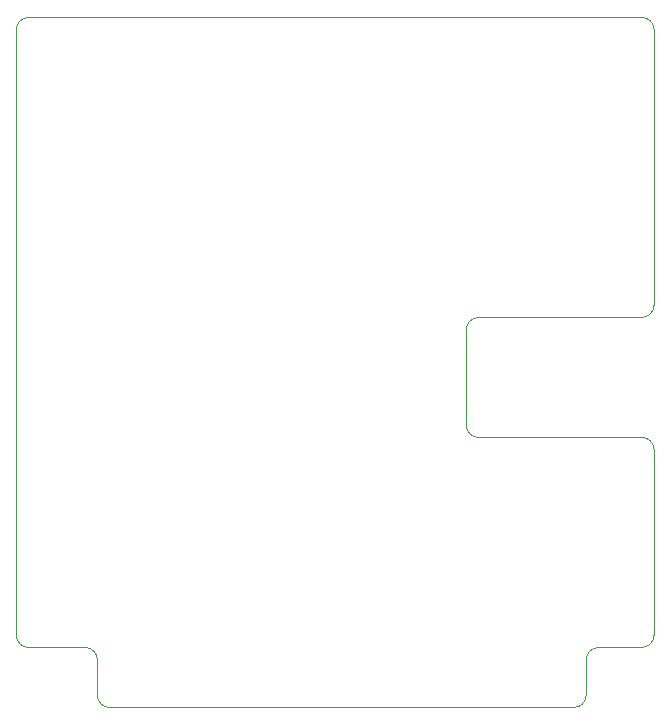
<source format=gbr>
%TF.GenerationSoftware,KiCad,Pcbnew,8.0.3*%
%TF.CreationDate,2024-12-13T14:42:36+09:00*%
%TF.ProjectId,LoRaGPS,4c6f5261-4750-4532-9e6b-696361645f70,rev?*%
%TF.SameCoordinates,Original*%
%TF.FileFunction,Profile,NP*%
%FSLAX46Y46*%
G04 Gerber Fmt 4.6, Leading zero omitted, Abs format (unit mm)*
G04 Created by KiCad (PCBNEW 8.0.3) date 2024-12-13 14:42:36*
%MOMM*%
%LPD*%
G01*
G04 APERTURE LIST*
%TA.AperFunction,Profile*%
%ADD10C,0.050000*%
%TD*%
G04 APERTURE END LIST*
D10*
X50799781Y-51841181D02*
G75*
G02*
X51841181Y-50799781I1041419J-19D01*
G01*
X51841181Y-104140219D02*
X56616819Y-104139781D01*
X103759219Y-86359781D02*
G75*
G02*
X104800619Y-87401181I-19J-1041419D01*
G01*
X88899781Y-77241181D02*
G75*
G02*
X89941181Y-76199781I1041419J-19D01*
G01*
X89941181Y-76199781D02*
X103759219Y-76200219D01*
X56616819Y-104139781D02*
G75*
G02*
X57658219Y-105181181I-19J-1041419D01*
G01*
X104800619Y-103098819D02*
G75*
G02*
X103759219Y-104140219I-1041419J19D01*
G01*
X89941181Y-86360219D02*
G75*
G02*
X88899781Y-85318819I19J1041419D01*
G01*
X99060219Y-108178819D02*
G75*
G02*
X98018819Y-109220219I-1041419J19D01*
G01*
X103759219Y-50799781D02*
G75*
G02*
X104800619Y-51841181I-19J-1041419D01*
G01*
X104800619Y-75158819D02*
G75*
G02*
X103759219Y-76200219I-1041419J19D01*
G01*
X88899781Y-85318819D02*
X88899781Y-77241181D01*
X58699181Y-109220219D02*
X98018819Y-109220219D01*
X58699181Y-109220219D02*
G75*
G02*
X57657781Y-108178819I19J1041419D01*
G01*
X57658219Y-105181181D02*
X57657781Y-108178819D01*
X50799781Y-103098819D02*
X50799781Y-51841181D01*
X103759219Y-86359781D02*
X89941181Y-86360219D01*
X100101181Y-104139781D02*
X103759219Y-104140219D01*
X51841181Y-50799781D02*
X103759219Y-50799781D01*
X104800619Y-87401181D02*
X104800619Y-103098819D01*
X51841181Y-104140219D02*
G75*
G02*
X50799781Y-103098819I19J1041419D01*
G01*
X104800619Y-51841181D02*
X104800619Y-75158819D01*
X99060219Y-108178819D02*
X99059781Y-105181181D01*
X99059781Y-105181181D02*
G75*
G02*
X100101181Y-104139781I1041419J-19D01*
G01*
M02*

</source>
